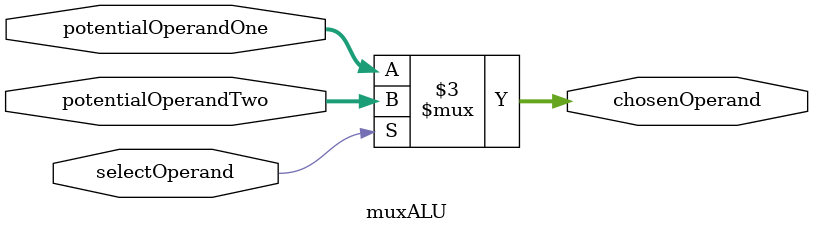
<source format=v>
`timescale 1ns / 1ps

module muxALU
    (
    input [31:0] potentialOperandOne,
    input [31:0] potentialOperandTwo,
    input selectOperand,
    
    output reg [31:0] chosenOperand 
    );
    
    always@(*)
        begin
        if(selectOperand) 
            begin
            chosenOperand <= potentialOperandTwo;
            end
        else
            begin
            chosenOperand <= potentialOperandOne;
            end
        end         
endmodule

</source>
